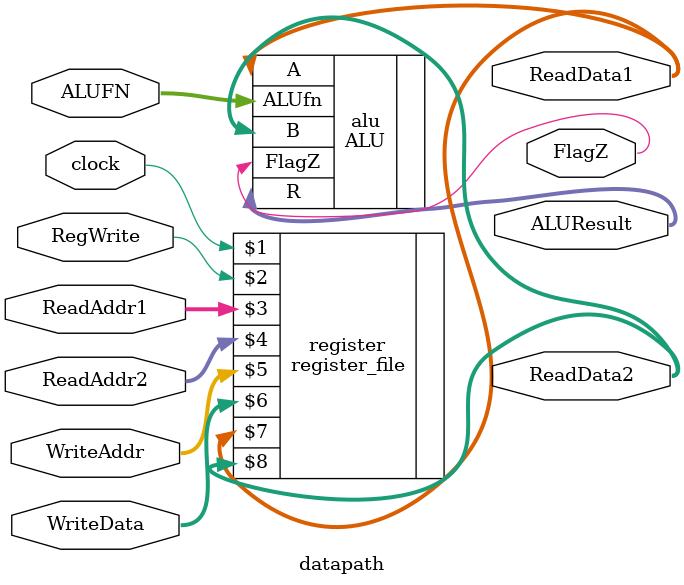
<source format=sv>
`timescale 1ns / 1ps

module datapath #(
    parameter Nloc = 32,                      // Number of memory locations
    parameter Dbits = 32                       // Number of bits in data
)(
    input wire [$clog2(Nloc)-1 : 0] ReadAddr1, ReadAddr2, WriteAddr,
    input wire [Dbits-1 : 0] WriteData,
    input wire RegWrite,
    input wire [4:0] ALUFN,
    input wire clock,
    output wire [Dbits-1 : 0] ReadData1, ReadData2,
    output wire [Dbits-1 : 0] ALUResult,
    output wire FlagZ
    );
    //feeding into register file
    register_file register(clock, RegWrite, ReadAddr1, ReadAddr2, WriteAddr, WriteData, ReadData1, ReadData2);
    //feeding into ALU
    ALU alu(.A(ReadData1), .B(ReadData2), .R(ALUResult), .ALUfn(ALUFN), .FlagZ(FlagZ));
    
    
endmodule

</source>
